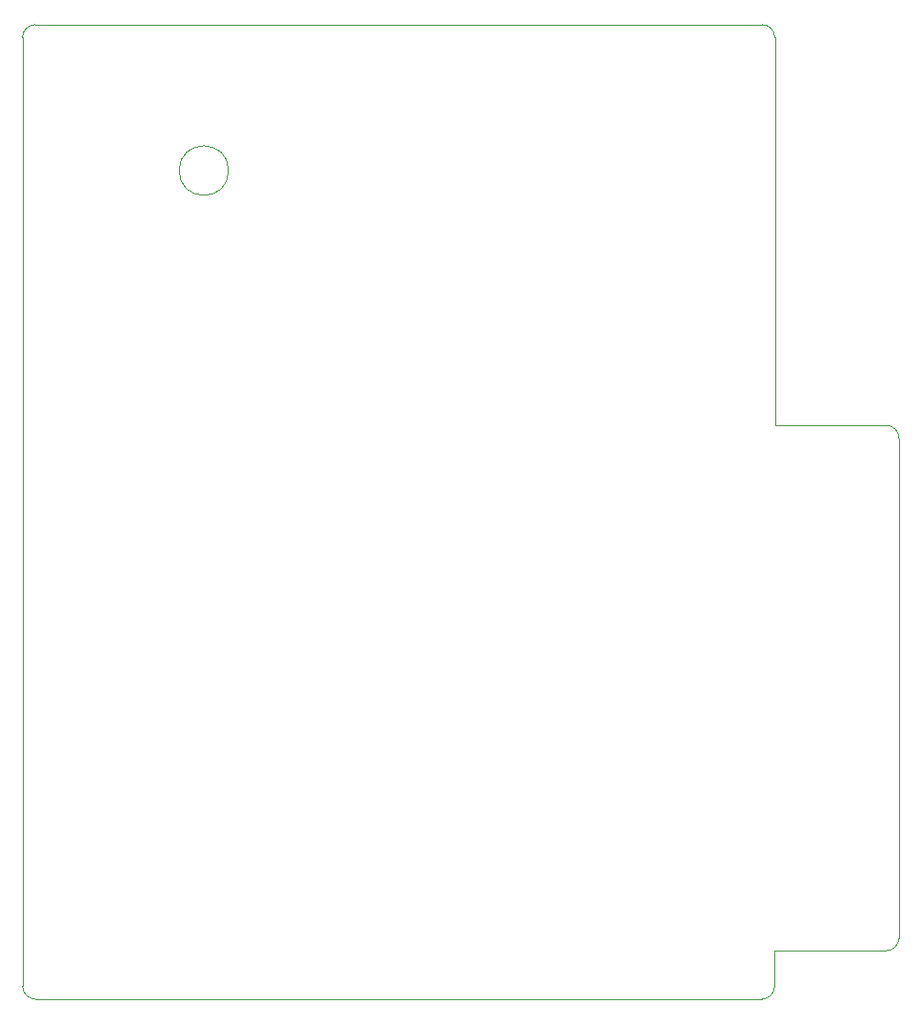
<source format=gbr>
%TF.GenerationSoftware,KiCad,Pcbnew,9.0.3*%
%TF.CreationDate,2025-11-18T20:02:22+00:00*%
%TF.ProjectId,EinsteinTC01PS2,45696e73-7465-4696-9e54-433031505332,rev?*%
%TF.SameCoordinates,Original*%
%TF.FileFunction,Profile,NP*%
%FSLAX46Y46*%
G04 Gerber Fmt 4.6, Leading zero omitted, Abs format (unit mm)*
G04 Created by KiCad (PCBNEW 9.0.3) date 2025-11-18 20:02:22*
%MOMM*%
%LPD*%
G01*
G04 APERTURE LIST*
%TA.AperFunction,Profile*%
%ADD10C,0.100000*%
%TD*%
%TA.AperFunction,Profile*%
%ADD11C,0.050000*%
%TD*%
G04 APERTURE END LIST*
D10*
X225660000Y-88180000D02*
X235559956Y-88180000D01*
X225650000Y-137980000D02*
G75*
G02*
X224509956Y-139120000I-1140000J0D01*
G01*
X225650000Y-134819999D02*
X225650000Y-137980000D01*
X235559956Y-134820088D02*
X225650000Y-134819999D01*
D11*
X177100000Y-65550000D02*
G75*
G02*
X172700000Y-65550000I-2200000J0D01*
G01*
X172700000Y-65550000D02*
G75*
G02*
X177100000Y-65550000I2200000J0D01*
G01*
D10*
X158779956Y-53730044D02*
G75*
G02*
X159920000Y-52589956I1140044J44D01*
G01*
X159920044Y-139120044D02*
G75*
G02*
X158779956Y-137980000I-44J1140044D01*
G01*
X236700000Y-89320044D02*
X236699999Y-133680044D01*
X159919984Y-52590000D02*
X224519956Y-52590000D01*
X235559956Y-88180000D02*
G75*
G02*
X236700000Y-89320044I44J-1140000D01*
G01*
X225660000Y-53730000D02*
X225660000Y-88180000D01*
X224509956Y-139120044D02*
X159920000Y-139120044D01*
X224520000Y-52590000D02*
G75*
G02*
X225660000Y-53730044I0J-1140000D01*
G01*
X236700000Y-133680044D02*
G75*
G02*
X235559956Y-134820000I-1140000J44D01*
G01*
X158780000Y-137980000D02*
X158780000Y-53740015D01*
M02*

</source>
